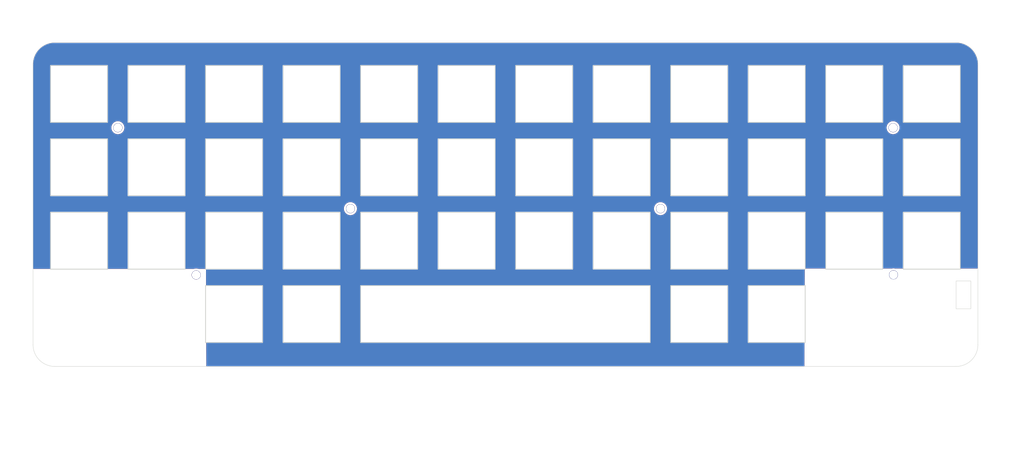
<source format=kicad_pcb>
(kicad_pcb (version 20221018) (generator pcbnew)
  (layers (0 "F.Cu" signal) (31 "B.Cu" signal) (34 "B.Paste" user) (35 "F.Paste" user) (36 "B.SilkS" user "B.Silkscreen") (37 "F.SilkS" user "F.Silkscreen") (38 "B.Mask" user) (39 "F.Mask" user) (44 "Edge.Cuts" user))
  (net 0 "")
  (footprint "MountingHole:MountingHole_2.1mm" (layer "F.Cu") (at 90.0684 53.9242)
    (fp_text reference "REF**")
    (fp_text value "MountingHole_2.1mm")
    (pad "" thru_hole circle (at 0 0) (size 2.2 2.2) (drill 2.1) (layers "*.Cu" "*.Mask"))
  )
  (footprint "MountingHole:MountingHole_2.1mm" (layer "F.Cu") (at 52.16 70.2374)
    (fp_text reference "REF**")
    (fp_text value "MountingHole_2.1mm")
    (pad "" thru_hole circle (at 0 0) (size 2.2 2.2) (drill 2.1) (layers "*.Cu" "*.Mask"))
  )
  (footprint "MountingHole:MountingHole_2.1mm" (layer "F.Cu") (at 32.9184 34.0106)
    (fp_text reference "REF**")
    (fp_text value "MountingHole_2.1mm")
    (pad "" thru_hole circle (at 0 0) (size 2.2 2.2) (drill 2.1) (layers "*.Cu" "*.Mask"))
  )
  (footprint "MountingHole:MountingHole_2.1mm" (layer "F.Cu") (at 166.2684 53.9242)
    (fp_text reference "REF**")
    (fp_text value "MountingHole_2.1mm" hide)
    (pad "" thru_hole circle (at 0 0) (size 2.2 2.2) (drill 2.1) (layers "*.Cu" "*.Mask"))
  )
  (footprint "MountingHole:MountingHole_2.1mm" (layer "F.Cu") (at 223.52 70.2056)
    (fp_text reference "REF**")
    (fp_text value "MountingHole_2.1mm")
    (pad "" thru_hole circle (at 0 0) (size 2.2 2.2) (drill 2.1) (layers "*.Cu" "*.Mask"))
  )
  (footprint "MountingHole:MountingHole_2.1mm" (layer "F.Cu") (at 223.4184 34.0106)
    (fp_text reference "REF**")
    (fp_text value "MountingHole_2.1mm" hide)
    (pad "" thru_hole circle (at 0 0) (size 2.2 2.2) (drill 2.1) (layers "*.Cu" "*.Mask"))
  )
  (gr_line (start 168.775 36.750001) (end 168.775 50.75) (stroke (width 0.2)) (layer "Edge.Cuts"))
  (gr_line (start 106.575 18.7) (end 92.575 18.7) (stroke (width 0.2)) (layer "Edge.Cuts"))
  (gr_line (start 92.575 50.75) (end 106.575 50.75) (stroke (width 0.2)) (layer "Edge.Cuts"))
  (gr_line (start 106.575 54.8) (end 92.575 54.8) (stroke (width 0.2)) (layer "Edge.Cuts"))
  (gr_line (start 239.925 54.8) (end 225.925 54.8) (stroke (width 0.2)) (layer "Edge.Cuts"))
  (gr_line (start 125.625 18.7) (end 111.625001 18.7) (stroke (width 0.2)) (layer "Edge.Cuts"))
  (gr_line (start 87.525 54.8) (end 73.525 54.8) (stroke (width 0.2)) (layer "Edge.Cuts"))
  (gr_line (start 182.775 72.85) (end 168.775 72.85) (stroke (width 0.2)) (layer "Edge.Cuts"))
  (gr_line (start 35.425 50.75) (end 49.425 50.75) (stroke (width 0.2)) (layer "Edge.Cuts"))
  (gr_line (start 206.875 36.750001) (end 206.875 50.75) (stroke (width 0.2)) (layer "Edge.Cuts"))
  (gr_line (start 239.925 50.75) (end 239.925 36.750001) (stroke (width 0.2)) (layer "Edge.Cuts"))
  (gr_line (start 163.725 68.799999) (end 163.725 54.8) (stroke (width 0.2)) (layer "Edge.Cuts"))
  (gr_line (start 87.525 36.750001) (end 73.525 36.750001) (stroke (width 0.2)) (layer "Edge.Cuts"))
  (gr_line (start 206.875 68.799999) (end 220.875 68.799999) (stroke (width 0.2)) (layer "Edge.Cuts"))
  (gr_line (start 92.575 54.8) (end 92.575 68.799999) (stroke (width 0.2)) (layer "Edge.Cuts"))
  (gr_line (start 111.625001 18.7) (end 111.625001 32.7) (stroke (width 0.2)) (layer "Edge.Cuts"))
  (gr_line (start 130.675 54.8) (end 130.675 68.799999) (stroke (width 0.2)) (layer "Edge.Cuts"))
  (gr_line (start 144.674999 36.750001) (end 130.675 36.750001) (stroke (width 0.2)) (layer "Edge.Cuts"))
  (gr_line (start 125.625 54.8) (end 111.625001 54.8) (stroke (width 0.2)) (layer "Edge.Cuts"))
  (gr_arc (start 17.42 92.7354) (mid 13.636979 91.168421) (end 12.07 87.3854) (stroke (width 0.1)) (layer "Edge.Cuts"))
  (gr_line (start 130.675 18.7) (end 130.675 32.7) (stroke (width 0.2)) (layer "Edge.Cuts"))
  (gr_line (start 201.825 32.7) (end 201.825 18.7) (stroke (width 0.2)) (layer "Edge.Cuts"))
  (gr_line (start 149.725 18.7) (end 149.725 32.7) (stroke (width 0.2)) (layer "Edge.Cuts"))
  (gr_line (start 92.575 86.85) (end 163.725 86.85) (stroke (width 0.2)) (layer "Edge.Cuts"))
  (gr_line (start 130.675 50.75) (end 144.674999 50.75) (stroke (width 0.2)) (layer "Edge.Cuts"))
  (gr_line (start 149.725 50.75) (end 163.725 50.75) (stroke (width 0.2)) (layer "Edge.Cuts"))
  (gr_line (start 168.775 32.7) (end 182.775 32.7) (stroke (width 0.2)) (layer "Edge.Cuts"))
  (gr_line (start 87.525 72.85) (end 73.525 72.85) (stroke (width 0.2)) (layer "Edge.Cuts"))
  (gr_line (start 68.475 72.85) (end 54.475 72.85) (stroke (width 0.2)) (layer "Edge.Cuts"))
  (gr_line (start 125.625 36.750001) (end 111.625001 36.750001) (stroke (width 0.2)) (layer "Edge.Cuts"))
  (gr_arc (start 12.07 18.441) (mid 13.636979 14.657979) (end 17.42 13.091) (stroke (width 0.1)) (layer "Edge.Cuts"))
  (gr_line (start 92.575 72.85) (end 92.575 86.85) (stroke (width 0.2)) (layer "Edge.Cuts"))
  (gr_line (start 73.525 86.85) (end 87.525 86.85) (stroke (width 0.2)) (layer "Edge.Cuts"))
  (gr_line (start 35.425 68.799999) (end 49.425 68.799999) (stroke (width 0.2)) (layer "Edge.Cuts"))
  (gr_line (start 73.525 50.75) (end 87.525 50.75) (stroke (width 0.2)) (layer "Edge.Cuts"))
  (gr_line (start 49.425 18.7) (end 35.425 18.7) (stroke (width 0.2)) (layer "Edge.Cuts"))
  (gr_line (start 220.875 50.75) (end 220.875 36.750001) (stroke (width 0.2)) (layer "Edge.Cuts"))
  (gr_line (start 30.375 18.7) (end 16.375 18.7) (stroke (width 0.2)) (layer "Edge.Cuts"))
  (gr_line (start 16.375 36.750001) (end 16.375 50.75) (stroke (width 0.2)) (layer "Edge.Cuts"))
  (gr_line (start 106.575 50.75) (end 106.575 36.750001) (stroke (width 0.2)) (layer "Edge.Cuts"))
  (gr_line (start 16.375 18.7) (end 16.375 32.7) (stroke (width 0.2)) (layer "Edge.Cuts"))
  (gr_line (start 168.775 72.85) (end 168.775 86.85) (stroke (width 0.2)) (layer "Edge.Cuts"))
  (gr_line (start 68.475 32.7) (end 68.475 18.7) (stroke (width 0.2)) (layer "Edge.Cuts"))
  (gr_line (start 206.875 50.75) (end 220.875 50.75) (stroke (width 0.2)) (layer "Edge.Cuts"))
  (gr_line (start 168.775 68.799999) (end 182.775 68.799999) (stroke (width 0.2)) (layer "Edge.Cuts"))
  (gr_line (start 206.875 32.7) (end 220.875 32.7) (stroke (width 0.2)) (layer "Edge.Cuts"))
  (gr_line (start 239.925 32.7) (end 239.925 18.7) (stroke (width 0.2)) (layer "Edge.Cuts"))
  (gr_line (start 54.475 50.75) (end 68.475 50.75) (stroke (width 0.2)) (layer "Edge.Cuts"))
  (gr_line (start 182.775 54.8) (end 168.775 54.8) (stroke (width 0.2)) (layer "Edge.Cuts"))
  (gr_line (start 92.575 18.7) (end 92.575 32.7) (stroke (width 0.2)) (layer "Edge.Cuts"))
  (gr_line (start 244.27 87.3854) (end 244.27 18.441) (stroke (width 0.1)) (layer "Edge.Cuts"))
  (gr_line (start 54.475 54.8) (end 54.475 68.799999) (stroke (width 0.2)) (layer "Edge.Cuts"))
  (gr_line (start 187.825 72.85) (end 187.825 86.85) (stroke (width 0.2)) (layer "Edge.Cuts"))
  (gr_line (start 187.825 54.8) (end 187.825 68.799999) (stroke (width 0.2)) (layer "Edge.Cuts"))
  (gr_line (start 187.825 68.799999) (end 201.825 68.799999) (stroke (width 0.2)) (layer "Edge.Cuts"))
  (gr_line (start 106.575 32.7) (end 106.575 18.7) (stroke (width 0.2)) (layer "Edge.Cuts"))
  (gr_line (start 54.475 36.750001) (end 54.475 50.75) (stroke (width 0.2)) (layer "Edge.Cuts"))
  (gr_line (start 54.475 68.799999) (end 68.475 68.799999) (stroke (width 0.2)) (layer "Edge.Cuts"))
  (gr_line (start 12.07 18.441) (end 12.07 87.3854) (stroke (width 0.1)) (layer "Edge.Cuts"))
  (gr_line (start 16.375 68.799999) (end 30.375 68.799999) (stroke (width 0.2)) (layer "Edge.Cuts"))
  (gr_line (start 68.475 54.8) (end 54.475 54.8) (stroke (width 0.2)) (layer "Edge.Cuts"))
  (gr_line (start 68.475 50.75) (end 68.475 36.750001) (stroke (width 0.2)) (layer "Edge.Cuts"))
  (gr_line (start 73.525 36.750001) (end 73.525 50.75) (stroke (width 0.2)) (layer "Edge.Cuts"))
  (gr_line (start 49.425 32.7) (end 49.425 18.7) (stroke (width 0.2)) (layer "Edge.Cuts"))
  (gr_line (start 163.725 50.75) (end 163.725 36.750001) (stroke (width 0.2)) (layer "Edge.Cuts"))
  (gr_line (start 111.625001 54.8) (end 111.625001 68.799999) (stroke (width 0.2)) (layer "Edge.Cuts"))
  (gr_line (start 144.674999 50.75) (end 144.674999 36.750001) (stroke (width 0.2)) (layer "Edge.Cuts"))
  (gr_line (start 144.674999 32.7) (end 144.674999 18.7) (stroke (width 0.2)) (layer "Edge.Cuts"))
  (gr_line (start 73.525 54.8) (end 73.525 68.799999) (stroke (width 0.2)) (layer "Edge.Cuts"))
  (gr_line (start 163.725 72.85) (end 92.575 72.85) (stroke (width 0.2)) (layer "Edge.Cuts"))
  (gr_line (start 30.375 68.799999) (end 30.375 54.8) (stroke (width 0.2)) (layer "Edge.Cuts"))
  (gr_line (start 206.875 54.8) (end 206.875 68.799999) (stroke (width 0.2)) (layer "Edge.Cuts"))
  (gr_line (start 16.375 54.8) (end 16.375 68.799999) (stroke (width 0.2)) (layer "Edge.Cuts"))
  (gr_line (start 125.625 32.7) (end 125.625 18.7) (stroke (width 0.2)) (layer "Edge.Cuts"))
  (gr_line (start 35.425 54.8) (end 35.425 68.799999) (stroke (width 0.2)) (layer "Edge.Cuts"))
  (gr_line (start 168.775 86.85) (end 182.775 86.85) (stroke (width 0.2)) (layer "Edge.Cuts"))
  (gr_line (start 54.475 18.7) (end 54.475 32.7) (stroke (width 0.2)) (layer "Edge.Cuts"))
  (gr_line (start 49.425 68.799999) (end 49.425 54.8) (stroke (width 0.2)) (layer "Edge.Cuts"))
  (gr_line (start 30.375 50.75) (end 30.375 36.750001) (stroke (width 0.2)) (layer "Edge.Cuts"))
  (gr_line (start 87.525 86.85) (end 87.525 72.85) (stroke (width 0.2)) (layer "Edge.Cuts"))
  (gr_line (start 54.475 86.85) (end 68.475 86.85) (stroke (width 0.2)) (layer "Edge.Cuts"))
  (gr_line (start 16.375 50.75) (end 30.375 50.75) (stroke (width 0.2)) (layer "Edge.Cuts"))
  (gr_line (start 111.625001 50.75) (end 125.625 50.75) (stroke (width 0.2)) (layer "Edge.Cuts"))
  (gr_line (start 125.625 50.75) (end 125.625 36.750001) (stroke (width 0.2)) (layer "Edge.Cuts"))
  (gr_line (start 239.925 36.750001) (end 225.925 36.750001) (stroke (width 0.2)) (layer "Edge.Cuts"))
  (gr_line (start 87.525 18.7) (end 73.525 18.7) (stroke (width 0.2)) (layer "Edge.Cuts"))
  (gr_line (start 225.925 68.799999) (end 239.925 68.799999) (stroke (width 0.2)) (layer "Edge.Cuts"))
  (gr_line (start 68.475 18.7) (end 54.475 18.7) (stroke (width 0.2)) (layer "Edge.Cuts"))
  (gr_line (start 182.775 36.750001) (end 168.775 36.750001) (stroke (width 0.2)) (layer "Edge.Cuts"))
  (gr_line (start 111.625001 32.7) (end 125.625 32.7) (stroke (width 0.2)) (layer "Edge.Cuts"))
  (gr_line (start 87.525 50.75) (end 87.525 36.750001) (stroke (width 0.2)) (layer "Edge.Cuts"))
  (gr_line (start 163.725 36.750001) (end 149.725 36.750001) (stroke (width 0.2)) (layer "Edge.Cuts"))
  (gr_line (start 73.525 18.7) (end 73.525 32.7) (stroke (width 0.2)) (layer "Edge.Cuts"))
  (gr_line (start 54.475 72.85) (end 54.475 86.85) (stroke (width 0.2)) (layer "Edge.Cuts"))
  (gr_line (start 92.575 68.799999) (end 106.575 68.799999) (stroke (width 0.2)) (layer "Edge.Cuts"))
  (gr_line (start 144.674999 18.7) (end 130.675 18.7) (stroke (width 0.2)) (layer "Edge.Cuts"))
  (gr_line (start 106.575 68.799999) (end 106.575 54.8) (stroke (width 0.2)) (layer "Edge.Cuts"))
  (gr_line (start 187.825 36.750001) (end 187.825 50.75) (stroke (width 0.2)) (layer "Edge.Cuts"))
  (gr_line (start 125.625 68.799999) (end 125.625 54.8) (stroke (width 0.2)) (layer "Edge.Cuts"))
  (gr_line (start 16.375 32.7) (end 30.375 32.7) (stroke (width 0.2)) (layer "Edge.Cuts"))
  (gr_line (start 49.425 50.75) (end 49.425 36.750001) (stroke (width 0.2)) (layer "Edge.Cuts"))
  (gr_line (start 92.575 32.7) (end 106.575 32.7) (stroke (width 0.2)) (layer "Edge.Cuts"))
  (gr_line (start 220.875 68.799999) (end 220.875 54.8) (stroke (width 0.2)) (layer "Edge.Cuts"))
  (gr_line (start 182.775 86.85) (end 182.775 72.85) (stroke (width 0.2)) (layer "Edge.Cuts"))
  (gr_line (start 182.775 18.7) (end 168.775 18.7) (stroke (width 0.2)) (layer "Edge.Cuts"))
  (gr_line (start 187.825 86.85) (end 201.825 86.85) (stroke (width 0.2)) (layer "Edge.Cuts"))
  (gr_line (start 149.725 36.750001) (end 149.725 50.75) (stroke (width 0.2)) (layer "Edge.Cuts"))
  (gr_arc (start 244.27 87.3854) (mid 242.703021 91.168421) (end 238.92 92.7354) (stroke (width 0.1)) (layer "Edge.Cuts"))
  (gr_line (start 206.875 18.7) (end 206.875 32.7) (stroke (width 0.2)) (layer "Edge.Cuts"))
  (gr_line (start 201.825 72.85) (end 187.825 72.85) (stroke (width 0.2)) (layer "Edge.Cuts"))
  (gr_line (start 30.375 32.7) (end 30.375 18.7) (stroke (width 0.2)) (layer "Edge.Cuts"))
  (gr_line (start 149.725 68.799999) (end 163.725 68.799999) (stroke (width 0.2)) (layer "Edge.Cuts"))
  (gr_line (start 187.825 32.7) (end 201.825 32.7) (stroke (width 0.2)) (layer "Edge.Cuts"))
  (gr_line (start 220.875 54.8) (end 206.875 54.8) (stroke (width 0.2)) (layer "Edge.Cuts"))
  (gr_line (start 225.925 18.7) (end 225.925 32.7) (stroke (width 0.2)) (layer "Edge.Cuts"))
  (gr_line (start 92.575 36.750001) (end 92.575 50.75) (stroke (width 0.2)) (layer "Edge.Cuts"))
  (gr_line (start 111.625001 36.750001) (end 111.625001 50.75) (stroke (width 0.2)) (layer "Edge.Cuts"))
  (gr_line (start 68.475 68.799999) (end 68.475 54.8) (stroke (width 0.2)) (layer "Edge.Cuts"))
  (gr_line (start 35.425 36.750001) (end 35.425 50.75) (stroke (width 0.2)) (layer "Edge.Cuts"))
  (gr_line (start 149.725 54.8) (end 149.725 68.799999) (stroke (width 0.2)) (layer "Edge.Cuts"))
  (gr_line (start 73.525 68.799999) (end 87.525 68.799999) (stroke (width 0.2)) (layer "Edge.Cuts"))
  (gr_line (start 163.725 32.7) (end 163.725 18.7) (stroke (width 0.2)) (layer "Edge.Cuts"))
  (gr_line (start 187.825 18.7) (end 187.825 32.7) (stroke (width 0.2)) (layer "Edge.Cuts"))
  (gr_line (start 225.925 32.7) (end 239.925 32.7) (stroke (width 0.2)) (layer "Edge.Cuts"))
  (gr_line (start 201.825 86.85) (end 201.825 72.85) (stroke (width 0.2)) (layer "Edge.Cuts"))
  (gr_line (start 220.875 36.750001) (end 206.875 36.750001) (stroke (width 0.2)) (layer "Edge.Cuts"))
  (gr_line (start 49.425 54.8) (end 35.425 54.8) (stroke (width 0.2)) (layer "Edge.Cuts"))
  (gr_line (start 182.775 50.75) (end 182.775 36.750001) (stroke (width 0.2)) (layer "Edge.Cuts"))
  (gr_rect (start 238.9 71.72) (end 242.54 78.55) (stroke (width 0.1)) (fill none) (layer "Edge.Cuts"))
  (gr_line (start 168.775 54.8) (end 168.775 68.799999) (stroke (width 0.2)) (layer "Edge.Cuts"))
  (gr_line (start 130.675 36.750001) (end 130.675 50.75) (stroke (width 0.2)) (layer "Edge.Cuts"))
  (gr_line (start 239.925 68.799999) (end 239.925 54.8) (stroke (width 0.2)) (layer "Edge.Cuts"))
  (gr_line (start 30.375 54.8) (end 16.375 54.8) (stroke (width 0.2)) (layer "Edge.Cuts"))
  (gr_line (start 35.425 32.7) (end 49.425 32.7) (stroke (width 0.2)) (layer "Edge.Cuts"))
  (gr_line (start 238.92 13.091) (end 17.42 13.091) (stroke (width 0.1)) (layer "Edge.Cuts"))
  (gr_line (start 201.825 68.799999) (end 201.825 54.8) (stroke (width 0.2)) (layer "Edge.Cuts"))
  (gr_line (start 201.825 50.75) (end 201.825 36.750001) (stroke (width 0.2)) (layer "Edge.Cuts"))
  (gr_line (start 106.575 36.750001) (end 92.575 36.750001) (stroke (width 0.2)) (layer "Edge.Cuts"))
  (gr_line (start 111.625001 68.799999) (end 125.625 68.799999) (stroke (width 0.2)) (layer "Edge.Cuts"))
  (gr_line (start 220.875 32.7) (end 220.875 18.7) (stroke (width 0.2)) (layer "Edge.Cuts"))
  (gr_line (start 49.425 36.750001) (end 35.425 36.750001) (stroke (width 0.2)) (layer "Edge.Cuts"))
  (gr_line (start 225.925 36.750001) (end 225.925 50.75) (stroke (width 0.2)) (layer "Edge.Cuts"))
  (gr_line (start 54.475 32.7) (end 68.475 32.7) (stroke (width 0.2)) (layer "Edge.Cuts"))
  (gr_line (start 130.675 68.799999) (end 144.674999 68.799999) (stroke (width 0.2)) (layer "Edge.Cuts"))
  (gr_line (start 87.525 32.7) (end 87.525 18.7) (stroke (width 0.2)) (layer "Edge.Cuts"))
  (gr_line (start 17.42 92.7354) (end 238.92 92.7354) (stroke (width 0.1)) (layer "Edge.Cuts"))
  (gr_line (start 239.925 18.7) (end 225.925 18.7) (stroke (width 0.2)) (layer "Edge.Cuts"))
  (gr_line (start 201.825 18.7) (end 187.825 18.7) (stroke (width 0.2)) (layer "Edge.Cuts"))
  (gr_line (start 201.825 36.750001) (end 187.825 36.750001) (stroke (width 0.2)) (layer "Edge.Cuts"))
  (gr_line (start 220.875 18.7) (end 206.875 18.7) (stroke (width 0.2)) (layer "Edge.Cuts"))
  (gr_line (start 73.525 72.85) (end 73.525 86.85) (stroke (width 0.2)) (layer "Edge.Cuts"))
  (gr_line (start 168.775 18.7) (end 168.775 32.7) (stroke (width 0.2)) (layer "Edge.Cuts"))
  (gr_line (start 187.825 50.75) (end 201.825 50.75) (stroke (width 0.2)) (layer "Edge.Cuts"))
  (gr_line (start 201.825 54.8) (end 187.825 54.8) (stroke (width 0.2)) (layer "Edge.Cuts"))
  (gr_line (start 35.425 18.7) (end 35.425 32.7) (stroke (width 0.2)) (layer "Edge.Cuts"))
  (gr_line (start 149.725 32.7) (end 163.725 32.7) (stroke (width 0.2)) (layer "Edge.Cuts"))
  (gr_line (start 130.675 32.7) (end 144.674999 32.7) (stroke (width 0.2)) (layer "Edge.Cuts"))
  (gr_line (start 68.475 86.85) (end 68.475 72.85) (stroke (width 0.2)) (layer "Edge.Cuts"))
  (gr_line (start 87.525 68.799999) (end 87.525 54.8) (stroke (width 0.2)) (layer "Edge.Cuts"))
  (gr_line (start 182.775 32.7) (end 182.775 18.7) (stroke (width 0.2)) (layer "Edge.Cuts"))
  (gr_line (start 163.725 54.8) (end 149.725 54.8) (stroke (width 0.2)) (layer "Edge.Cuts"))
  (gr_line (start 163.725 18.7) (end 149.725 18.7) (stroke (width 0.2)) (layer "Edge.Cuts"))
  (gr_line (start 225.925 54.8) (end 225.925 68.799999) (stroke (width 0.2)) (layer "Edge.Cuts"))
  (gr_line (start 30.375 36.750001) (end 16.375 36.750001) (stroke (width 0.2)) (layer "Edge.Cuts"))
  (gr_line (start 225.925 50.75) (end 239.925 50.75) (stroke (width 0.2)) (layer "Edge.Cuts"))
  (gr_line (start 144.674999 68.799999) (end 144.674999 54.8) (stroke (width 0.2)) (layer "Edge.Cuts"))
  (gr_line (start 163.725 86.85) (end 163.725 72.85) (stroke (width 0.2)) (layer "Edge.Cuts"))
  (gr_line (start 144.674999 54.8) (end 130.675 54.8) (stroke (width 0.2)) (layer "Edge.Cuts"))
  (gr_line (start 73.525 32.7) (end 87.525 32.7) (stroke (width 0.2)) (layer "Edge.Cuts"))
  (gr_line (start 168.775 50.75) (end 182.775 50.75) (stroke (width 0.2)) (layer "Edge.Cuts"))
  (gr_line (start 68.475 36.750001) (end 54.475 36.750001) (stroke (width 0.2)) (layer "Edge.Cuts"))
  (gr_line (start 182.775 68.799999) (end 182.775 54.8) (stroke (width 0.2)) (layer "Edge.Cuts"))
  (gr_arc (start 238.92 13.091) (mid 242.703021 14.657979) (end 244.27 18.441) (stroke (width 0.1)) (layer "Edge.Cuts"))
  (zone (net 0) (net_name "") (layers "F&B.Cu") (connect_pads (clearance 0)) (min_thickness 0.25)
    (keepout (tracks not_allowed) (vias not_allowed) (pads not_allowed) (copperpour not_allowed) (footprints allowed))
    (fill (thermal_gap 0.5) (thermal_bridge_width 0.5))
    (polygon (pts (xy 201.7 68.64) (xy 246.63 68.64) (xy 246.5 95.53) (xy 201.6 98.44)))
  )
  (zone (net 0) (net_name "") (layers "F&B.Cu") (connect_pads no (clearance 0.508)) (min_thickness 0.254) (fill yes (thermal_gap 0.508) (thermal_bridge_width 0.508))
    (polygon (pts (xy 10.660724 3.939592) (xy 3.955124 116.537792) (xy 255.6002 112.3442) (xy 254.653124 2.593392)))
  )
  (zone (net 0) (net_name "") (layers "F&B.Cu") (connect_pads (clearance 0)) (min_thickness 0.25)
    (keepout (tracks not_allowed) (vias not_allowed) (pads not_allowed) (copperpour not_allowed) (footprints allowed))
    (fill (thermal_gap 0.5) (thermal_bridge_width 0.5))
    (polygon (pts (xy 54.585605 68.730389) (xy 9.655605 68.730389) (xy 9.785605 95.620389) (xy 54.685605 98.530389)))
  )
)
</source>
